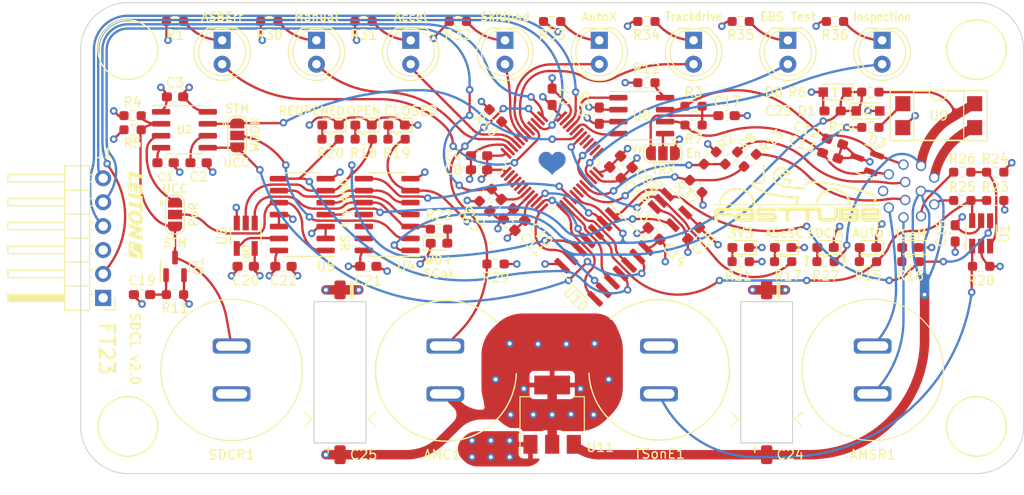
<source format=kicad_pcb>
(kicad_pcb (version 20211014) (generator pcbnew)

  (general
    (thickness 1.6)
  )

  (paper "A4")
  (layers
    (0 "F.Cu" signal)
    (1 "In1.Cu" power "GND.Cu")
    (2 "In2.Cu" power "3V3.Cu")
    (31 "B.Cu" signal)
    (33 "F.Adhes" user "F.Adhesive")
    (35 "F.Paste" user)
    (37 "F.SilkS" user "F.Silkscreen")
    (38 "B.Mask" user)
    (39 "F.Mask" user)
    (40 "Dwgs.User" user "User.Drawings")
    (41 "Cmts.User" user "User.Comments")
    (42 "Eco1.User" user "User.Eco1")
    (43 "Eco2.User" user "User.Eco2")
    (44 "Edge.Cuts" user)
    (45 "Margin" user)
    (46 "B.CrtYd" user "B.Courtyard")
    (47 "F.CrtYd" user "F.Courtyard")
    (49 "F.Fab" user)
  )

  (setup
    (stackup
      (layer "F.SilkS" (type "Top Silk Screen"))
      (layer "F.Paste" (type "Top Solder Paste"))
      (layer "F.Mask" (type "Top Solder Mask") (thickness 0.01))
      (layer "F.Cu" (type "copper") (thickness 0.035))
      (layer "dielectric 1" (type "core") (thickness 0.48) (material "FR4") (epsilon_r 4.5) (loss_tangent 0.02))
      (layer "In1.Cu" (type "copper") (thickness 0.035))
      (layer "dielectric 2" (type "prepreg") (thickness 0.48) (material "FR4") (epsilon_r 4.5) (loss_tangent 0.02))
      (layer "In2.Cu" (type "copper") (thickness 0.035))
      (layer "dielectric 3" (type "core") (thickness 0.48) (material "FR4") (epsilon_r 4.5) (loss_tangent 0.02))
      (layer "B.Cu" (type "copper") (thickness 0.035))
      (layer "B.Mask" (type "Bottom Solder Mask") (thickness 0.01))
      (copper_finish "None")
      (dielectric_constraints no)
    )
    (pad_to_mask_clearance 0)
    (pcbplotparams
      (layerselection 0x00010e0_ffffffff)
      (disableapertmacros false)
      (usegerberextensions false)
      (usegerberattributes true)
      (usegerberadvancedattributes true)
      (creategerberjobfile true)
      (svguseinch false)
      (svgprecision 6)
      (excludeedgelayer true)
      (plotframeref false)
      (viasonmask false)
      (mode 1)
      (useauxorigin false)
      (hpglpennumber 1)
      (hpglpenspeed 20)
      (hpglpendiameter 15.000000)
      (dxfpolygonmode true)
      (dxfimperialunits true)
      (dxfusepcbnewfont true)
      (psnegative false)
      (psa4output false)
      (plotreference true)
      (plotvalue true)
      (plotinvisibletext false)
      (sketchpadsonfab false)
      (subtractmaskfromsilk false)
      (outputformat 1)
      (mirror false)
      (drillshape 0)
      (scaleselection 1)
      (outputdirectory "export/")
    )
  )

  (net 0 "")
  (net 1 "GND")
  (net 2 "NRST")
  (net 3 "+12V")
  (net 4 "AMC")
  (net 5 "TRACESWO")
  (net 6 "SWDIO")
  (net 7 "SWCLK")
  (net 8 "Net-(R12-Pad1)")
  (net 9 "AMSRin")
  (net 10 "AMSRout")
  (net 11 "+3.3V")
  (net 12 "/CAN TRX/CAN_H")
  (net 13 "/CAN TRX/CAN_L")
  (net 14 "Net-(C19-Pad1)")
  (net 15 "/Connections/SDC_in_3V3")
  (net 16 "Net-(D2-Pad1)")
  (net 17 "Net-(D4-Pad2)")
  (net 18 "/Backup AMI/AMI0")
  (net 19 "Net-(D15-Pad1)")
  (net 20 "/Backup AMI/AMI1")
  (net 21 "Net-(D16-Pad1)")
  (net 22 "/Backup AMI/AMI2")
  (net 23 "Net-(D17-Pad1)")
  (net 24 "/Backup AMI/AMI3")
  (net 25 "Net-(D18-Pad1)")
  (net 26 "/Backup AMI/AMI4")
  (net 27 "Net-(D19-Pad1)")
  (net 28 "/Backup AMI/AMI5")
  (net 29 "Net-(D20-Pad1)")
  (net 30 "/Backup AMI/AMI6")
  (net 31 "Net-(J2-Pad1)")
  (net 32 "Net-(J2-Pad9)")
  (net 33 "Net-(R14-Pad2)")
  (net 34 "Net-(D5-Pad2)")
  (net 35 "Net-(D6-Pad2)")
  (net 36 "Net-(D7-Pad2)")
  (net 37 "Net-(D9-Pad2)")
  (net 38 "Net-(D10-Pad2)")
  (net 39 "Net-(D11-Pad2)")
  (net 40 "Net-(D12-Pad2)")
  (net 41 "Net-(D13-Pad2)")
  (net 42 "/Non-Programmable Logic/~{WDO}")
  (net 43 "/Non-Programmable Logic/RP")
  (net 44 "/Non-Programmable Logic/WP")
  (net 45 "/Controller/TS_activate_MUXed")
  (net 46 "/Non-Programmable Logic/close_while_allowed")
  (net 47 "/Non-Programmable Logic/~{reset_all}")
  (net 48 "/Non-Programmable Logic/closing_allowed")
  (net 49 "/Non-Programmable Logic/~{reopen}")
  (net 50 "/Non-Programmable Logic/WD_and_SDCin_ok")
  (net 51 "/Non-Programmable Logic/~{try_close}")
  (net 52 "Net-(J2-Pad11)")
  (net 53 "Net-(J2-Pad12)")
  (net 54 "Net-(JPPoR1-Pad1)")
  (net 55 "/Connections/SDC_out")
  (net 56 "/Connections/SDC_in")
  (net 57 "/Connections/TS_activate_dash")
  (net 58 "/Controller/Watchdog")
  (net 59 "WD_OK")
  (net 60 "/CAN TRX/CAN_TX")
  (net 61 "/CAN TRX/CAN_RX")
  (net 62 "Net-(D14-Pad1)")
  (net 63 "/Connections/ASMS")
  (net 64 "/Buttons/~{SDC_reset}")
  (net 65 "/Controller/AS_close_SDC")
  (net 66 "CLOSED")
  (net 67 "INITIAL_OPEN")
  (net 68 "REOPENED")
  (net 69 "/Buttons/TS_activate_ext")
  (net 70 "/Controller/SDC_is_ready")
  (net 71 "unconnected-(U7-Pad3)")
  (net 72 "unconnected-(U7-Pad4)")
  (net 73 "unconnected-(U7-Pad5)")
  (net 74 "Net-(U10-Pad2)")
  (net 75 "Net-(U10-Pad4)")
  (net 76 "Net-(U10-Pad6)")
  (net 77 "Net-(U10-Pad8)")
  (net 78 "Net-(U10-Pad10)")
  (net 79 "Net-(U10-Pad12)")
  (net 80 "unconnected-(U7-Pad18)")
  (net 81 "unconnected-(U7-Pad25)")
  (net 82 "unconnected-(U7-Pad26)")
  (net 83 "unconnected-(U7-Pad27)")
  (net 84 "unconnected-(U7-Pad28)")
  (net 85 "/CAN TRX/Vref")
  (net 86 "Net-(JP1-Pad2)")
  (net 87 "unconnected-(U4-Pad11)")
  (net 88 "unconnected-(U4-Pad12)")
  (net 89 "unconnected-(U4-Pad13)")
  (net 90 "LV_SENSE_2")
  (net 91 "LV_SENSE_1")
  (net 92 "unconnected-(U7-Pad29)")
  (net 93 "unconnected-(U7-Pad6)")
  (net 94 "/Controller/asb_error")
  (net 95 "Net-(R10-Pad1)")
  (net 96 "unconnected-(U7-Pad2)")

  (footprint "Capacitor_SMD:C_0603_1608Metric_Pad1.08x0.95mm_HandSolder" (layer "F.Cu") (at 109 67))

  (footprint "Capacitor_SMD:C_0603_1608Metric_Pad1.08x0.95mm_HandSolder" (layer "F.Cu") (at 112.5 67))

  (footprint "Capacitor_SMD:C_0603_1608Metric_Pad1.08x0.95mm_HandSolder" (layer "F.Cu") (at 110 60 180))

  (footprint "Capacitor_SMD:C_0603_1608Metric_Pad1.08x0.95mm_HandSolder" (layer "F.Cu") (at 142.25 66.25 180))

  (footprint "Capacitor_SMD:C_0603_1608Metric_Pad1.08x0.95mm_HandSolder" (layer "F.Cu") (at 156.717515 68.06066 -45))

  (footprint "Capacitor_SMD:C_0603_1608Metric_Pad1.08x0.95mm_HandSolder" (layer "F.Cu") (at 144 71.5 -135))

  (footprint "Capacitor_SMD:C_0603_1608Metric_Pad1.08x0.95mm_HandSolder" (layer "F.Cu") (at 150 60 90))

  (footprint "Capacitor_SMD:C_0603_1608Metric_Pad1.08x0.95mm_HandSolder" (layer "F.Cu") (at 142.25 67.75 180))

  (footprint "Capacitor_SMD:C_0603_1608Metric_Pad1.08x0.95mm_HandSolder" (layer "F.Cu") (at 157.867538 66.897577 -45))

  (footprint "Capacitor_SMD:C_0603_1608Metric_Pad1.08x0.95mm_HandSolder" (layer "F.Cu") (at 146.5 72.5 135))

  (footprint "Capacitor_SMD:C_0603_1608Metric_Pad1.08x0.95mm_HandSolder" (layer "F.Cu") (at 145.43934 73.56066 135))

  (footprint "Capacitor_SMD:C_0603_1608Metric_Pad1.08x0.95mm_HandSolder" (layer "F.Cu") (at 180 64.75 -20))

  (footprint "Capacitor_SMD:C_0603_1608Metric_Pad1.08x0.95mm_HandSolder" (layer "F.Cu") (at 179.5 66.25 160))

  (footprint "Package_TO_SOT_SMD:SOT-23-5_HandSoldering" (layer "F.Cu") (at 162.5 72 -45))

  (footprint "Capacitor_SMD:C_0603_1608Metric_Pad1.08x0.95mm_HandSolder" (layer "F.Cu") (at 155 62 90))

  (footprint "Package_TO_SOT_SMD:SOT-23-5_HandSoldering" (layer "F.Cu") (at 117.5 74.75 -90))

  (footprint "Resistor_SMD:R_0603_1608Metric_Pad0.98x0.95mm_HandSolder" (layer "F.Cu") (at 105.5 62))

  (footprint "Resistor_SMD:R_0603_1608Metric_Pad0.98x0.95mm_HandSolder" (layer "F.Cu") (at 105.5 63.5 180))

  (footprint "Resistor_SMD:R_0603_1608Metric_Pad0.98x0.95mm_HandSolder" (layer "F.Cu") (at 183.75 59.5 180))

  (footprint "Resistor_SMD:R_0603_1608Metric_Pad0.98x0.95mm_HandSolder" (layer "F.Cu") (at 142.93934 70.43934 45))

  (footprint "Resistor_SMD:R_0603_1608Metric_Pad0.98x0.95mm_HandSolder" (layer "F.Cu") (at 144 62 135))

  (footprint "Resistor_SMD:R_0603_1608Metric_Pad0.98x0.95mm_HandSolder" (layer "F.Cu") (at 160 58.5 180))

  (footprint "Package_TO_SOT_SMD:SOT-23-6_Handsoldering" (layer "F.Cu") (at 195.5 74.5 90))

  (footprint "Package_SO:SOIC-8_3.9x4.9mm_P1.27mm" (layer "F.Cu") (at 111 63.5))

  (footprint "Package_SO:SOIC-14_3.9x8.7mm_P1.27mm" (layer "F.Cu") (at 132.5 72.5 180))

  (footprint "Package_SO:SOIC-14_3.9x8.7mm_P1.27mm" (layer "F.Cu") (at 123.5 72.503922 180))

  (footprint "Package_QFP:LQFP-48_7x7mm_P0.5mm" (layer "F.Cu") (at 150 67 45))

  (footprint "Package_SO:SOIC-8_3.9x4.9mm_P1.27mm" (layer "F.Cu") (at 159.5 62))

  (footprint "Resistor_SMD:R_0603_1608Metric_Pad0.98x0.95mm_HandSolder" (layer "F.Cu") (at 183.75 63.25))

  (footprint "Package_DIP:DIP-4_W7.62mm_SMDSocket_SmallPads" (layer "F.Cu") (at 191 62))

  (footprint "Capacitor_SMD:C_0603_1608Metric_Pad1.08x0.95mm_HandSolder" (layer "F.Cu") (at 192.75 74.5 90))

  (footprint "Capacitor_SMD:C_0603_1608Metric_Pad1.08x0.95mm_HandSolder" (layer "F.Cu") (at 165 74.5 45))

  (footprint "Capacitor_SMD:C_0603_1608Metric_Pad1.08x0.95mm_HandSolder" (layer "F.Cu") (at 117.5 78))

  (footprint "Capacitor_SMD:C_0603_1608Metric_Pad1.08x0.95mm_HandSolder" (layer "F.Cu") (at 130.5 78 180))

  (footprint "Capacitor_SMD:C_0603_1608Metric_Pad1.08x0.95mm_HandSolder" (layer "F.Cu") (at 121.5 78 180))

  (footprint "Diode_SMD:D_0603_1608Metric_Pad1.05x0.95mm_HandSolder" (layer "F.Cu") (at 183.5 76 180))

  (footprint "Diode_SMD:D_0603_1608Metric_Pad1.05x0.95mm_HandSolder" (layer "F.Cu") (at 188 76 180))

  (footprint "Diode_SMD:D_0603_1608Metric_Pad1.05x0.95mm_HandSolder" (layer "F.Cu") (at 174.5 76 180))

  (footprint "Diode_SMD:D_0603_1608Metric_Pad1.05x0.95mm_HandSolder" (layer "F.Cu") (at 130 63 180))

  (footprint "Diode_SMD:D_0603_1608Metric_Pad1.05x0.95mm_HandSolder" (layer "F.Cu") (at 133.5 63 180))

  (footprint "Diode_SMD:D_0603_1608Metric_Pad1.05x0.95mm_HandSolder" (layer "F.Cu") (at 126.5 63 180))

  (footprint "Diode_SMD:D_0603_1608Metric_Pad1.05x0.95mm_HandSolder" (layer "F.Cu") (at 170 76 180))

  (footprint "Resistor_SMD:R_0603_1608Metric_Pad0.98x0.95mm_HandSolder" (layer "F.Cu") (at 183.5 77.5 180))

  (footprint "Resistor_SMD:R_0603_1608Metric_Pad0.98x0.95mm_HandSolder" (layer "F.Cu") (at 188 77.5))

  (footprint "Diode_SMD:D_0603_1608Metric_Pad1.05x0.95mm_HandSolder" (layer "F.Cu") (at 138 75.545))

  (footprint "Resistor_SMD:R_0603_1608Metric_Pad0.98x0.95mm_HandSolder" (layer "F.Cu") (at 174.5 77.5 180))

  (footprint "Resistor_SMD:R_0603_1608Metric_Pad0.98x0.95mm_HandSolder" (layer "F.Cu") (at 130.016666 64.5 180))

  (footprint "Resistor_SMD:R_0603_1608Metric_Pad0.98x0.95mm_HandSolder" (layer "F.Cu") (at 133.5 64.5 180))

  (footprint "Resistor_SMD:R_0603_1608Metric_Pad0.98x0.95mm_HandSolder" (layer "F.Cu") (at 126.5 64.5 180))

  (footprint "Resistor_SMD:R_0603_1608Metric_Pad0.98x0.95mm_HandSolder" (layer "F.Cu") (at 170 77.5 180))

  (footprint "Resistor_SMD:R_0603_1608Metric_Pad0.98x0.95mm_HandSolder" (layer "F.Cu") (at 138 74.045 180))

  (footprint "Capacitor_SMD:C_0603_1608Metric_Pad1.08x0.95mm_HandSolder" (layer "F.Cu") (at 179.75 61.5))

  (footprint "Diode_SMD:D_SOD-323_HandSoldering" (layer "F.Cu") (at 180 59.5 180))

  (footprint "MountingHole:MountingHole_3.2mm_M3" (layer "F.Cu")
    (tedit 56D1B4CB) (tstamp 00000000-0000-0000-0000-000061bee488)
    (at 105 55 180)
    (descr "Mounting Hole 3.2mm, no annular, M3")
    (tags "mounting hole 3.2mm no annular m3")
    (property "Sheetfile" "connections.kicad_sch")
    (property "Sheetname" "Connections")
    (path "/00000000-0000-0000-0000-000061bba8ea/00000000-0000-0000-0000-000061bd2819")
    (attr exclude_from_pos_files)
    (fp_text reference "H1" (at 0 -4.2) (layer "F.SilkS") hide
      (effects (font (size 1 1) (thickness 0.15)))
      (tstamp 47fadd5d-e63f-4824-9b10-de5d2fb6df9a)
    )
    (fp_text value "MountingHole" (at 0 4.2) (layer "F.Fab")
      (effects (font (size 1 1) (thickness 0.15)))
      (tstamp 1c823e0b-a9cf-4241-96e0-8c775a87c35a)

... [1288505 chars truncated]
</source>
